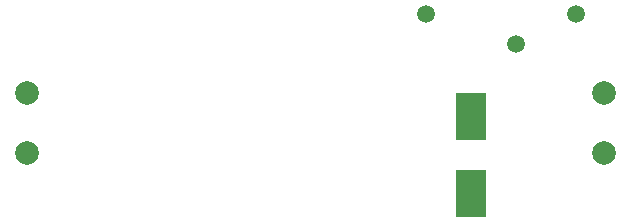
<source format=gbs>
%TF.GenerationSoftware,KiCad,Pcbnew,(2015-07-20 BZR 5967, Git 8482637)-product*%
%TF.CreationDate,2015-07-23T15:05:17+02:00*%
%TF.JobID,KIS-3R33S_breakout,4B49532D33523333535F627265616B6F,0.12.d*%
%TF.FileFunction,Soldermask,Bot*%
%FSLAX46Y46*%
G04 Gerber Fmt 4.6, Leading zero omitted, Abs format (unit mm)*
G04 Created by KiCad (PCBNEW (2015-07-20 BZR 5967, Git 8482637)-product) date Thu 23 Jul 2015 03:05:17 PM CEST*
%MOMM*%
G01*
G04 APERTURE LIST*
%ADD10C,0.100000*%
%ADD11R,2.500000X2.500000*%
%ADD12R,2.500000X3.000000*%
%ADD13C,1.500000*%
%ADD14C,2.000000*%
G04 APERTURE END LIST*
D10*
D11*
X170150000Y-100160000D03*
X170150000Y-105240000D03*
D12*
X170150000Y-98890000D03*
X170150000Y-106510000D03*
D13*
X166350000Y-90730000D03*
X173970000Y-93270000D03*
X179050000Y-90730000D03*
D14*
X181450000Y-97460000D03*
X181450000Y-102540000D03*
X132550000Y-102540000D03*
X132550000Y-97460000D03*
M02*

</source>
